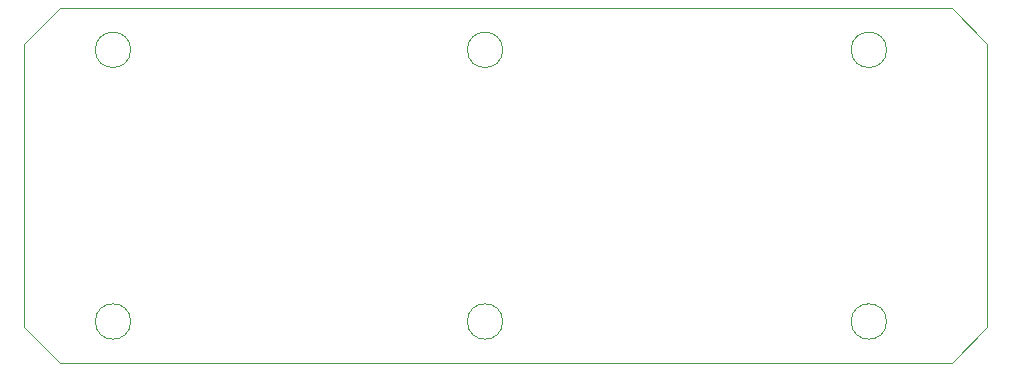
<source format=gbr>
%TF.GenerationSoftware,KiCad,Pcbnew,8.0.2*%
%TF.CreationDate,2024-12-11T18:03:45+01:00*%
%TF.ProjectId,Przetwornica_4_to_400,50727a65-7477-46f7-926e-6963615f345f,rev?*%
%TF.SameCoordinates,Original*%
%TF.FileFunction,Profile,NP*%
%FSLAX46Y46*%
G04 Gerber Fmt 4.6, Leading zero omitted, Abs format (unit mm)*
G04 Created by KiCad (PCBNEW 8.0.2) date 2024-12-11 18:03:45*
%MOMM*%
%LPD*%
G01*
G04 APERTURE LIST*
%TA.AperFunction,Profile*%
%ADD10C,0.050000*%
%TD*%
G04 APERTURE END LIST*
D10*
X132000000Y-73500000D02*
X56500000Y-73500000D01*
X56500000Y-73500000D02*
X53500000Y-70500000D01*
X56500000Y-43500000D02*
X53500000Y-46500000D01*
X94000000Y-47000000D02*
G75*
G02*
X91000000Y-47000000I-1500000J0D01*
G01*
X91000000Y-47000000D02*
G75*
G02*
X94000000Y-47000000I1500000J0D01*
G01*
X126500000Y-70000000D02*
G75*
G02*
X123500000Y-70000000I-1500000J0D01*
G01*
X123500000Y-70000000D02*
G75*
G02*
X126500000Y-70000000I1500000J0D01*
G01*
X53500000Y-46500000D02*
X53500000Y-70500000D01*
X62500000Y-47000000D02*
G75*
G02*
X59500000Y-47000000I-1500000J0D01*
G01*
X59500000Y-47000000D02*
G75*
G02*
X62500000Y-47000000I1500000J0D01*
G01*
X135000000Y-46500000D02*
X135000000Y-70500000D01*
X132000000Y-43500000D02*
X135000000Y-46500000D01*
X126500000Y-47000000D02*
G75*
G02*
X123500000Y-47000000I-1500000J0D01*
G01*
X123500000Y-47000000D02*
G75*
G02*
X126500000Y-47000000I1500000J0D01*
G01*
X62500000Y-70000000D02*
G75*
G02*
X59500000Y-70000000I-1500000J0D01*
G01*
X59500000Y-70000000D02*
G75*
G02*
X62500000Y-70000000I1500000J0D01*
G01*
X132000000Y-73500000D02*
X135000000Y-70500000D01*
X132000000Y-43500000D02*
X56500000Y-43500000D01*
X94000000Y-70000000D02*
G75*
G02*
X91000000Y-70000000I-1500000J0D01*
G01*
X91000000Y-70000000D02*
G75*
G02*
X94000000Y-70000000I1500000J0D01*
G01*
M02*

</source>
